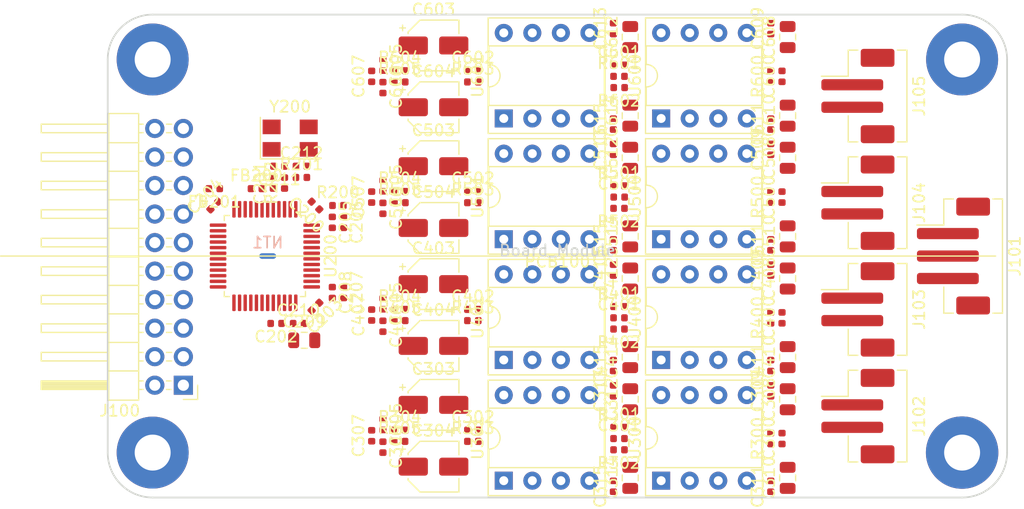
<source format=kicad_pcb>
(kicad_pcb (version 20171130) (host pcbnew "(5.1.5)-3")
  (layers (0 F.Cu signal) (31 B.Cu signal) (34 B.Paste user) (35 F.Paste user) (36 B.SilkS user) (37 F.SilkS user) (38 B.Mask user) (39 F.Mask user) (44 Edge.Cuts user))
  (net 0 "")
  (net 1 GNDA)
  (net 2 +15V)
  (net 3 "Net-(C200-Pad1)")
  (net 4 GND)
  (net 5 "Net-(C204-Pad1)")
  (net 6 "Net-(C205-Pad2)")
  (net 7 "Net-(C206-Pad1)")
  (net 8 "Net-(C207-Pad1)")
  (net 9 "Net-(C209-Pad1)")
  (net 10 "Net-(C211-Pad1)")
  (net 11 "Net-(C212-Pad1)")
  (net 12 "/Left Buffer 1/In")
  (net 13 "Net-(C301-Pad2)")
  (net 14 "Net-(C301-Pad1)")
  (net 15 "Net-(C302-Pad2)")
  (net 16 "Net-(C302-Pad1)")
  (net 17 "Net-(C303-Pad1)")
  (net 18 "Net-(C304-Pad1)")
  (net 19 /ADC/In_L0N)
  (net 20 /ADC/In_L0P)
  (net 21 -15V)
  (net 22 "/Right Buffer 1/In")
  (net 23 "Net-(C401-Pad2)")
  (net 24 "Net-(C401-Pad1)")
  (net 25 "Net-(C402-Pad2)")
  (net 26 "Net-(C402-Pad1)")
  (net 27 "Net-(C403-Pad1)")
  (net 28 "Net-(C404-Pad1)")
  (net 29 /ADC/In_R0N)
  (net 30 /ADC/In_R0P)
  (net 31 "/Left Buffer 2/In")
  (net 32 "Net-(C501-Pad2)")
  (net 33 "Net-(C501-Pad1)")
  (net 34 "Net-(C502-Pad2)")
  (net 35 "Net-(C502-Pad1)")
  (net 36 "Net-(C503-Pad1)")
  (net 37 "Net-(C504-Pad1)")
  (net 38 /ADC/In_L1N)
  (net 39 /ADC/In_L1P)
  (net 40 "/Right Buffer 2/In")
  (net 41 "Net-(C601-Pad2)")
  (net 42 "Net-(C601-Pad1)")
  (net 43 "Net-(C602-Pad2)")
  (net 44 "Net-(C602-Pad1)")
  (net 45 "Net-(C603-Pad1)")
  (net 46 "Net-(C604-Pad1)")
  (net 47 /ADC/In_R1N)
  (net 48 /ADC/In_R1P)
  (net 49 +5V)
  (net 50 +3V3)
  (net 51 /MUTE)
  (net 52 /SHDN)
  (net 53 /SPI_MOSI)
  (net 54 /SPI_SCK)
  (net 55 /SPI_CS)
  (net 56 /SPI_MISO)
  (net 57 "Net-(J100-Pad10)")
  (net 58 "Net-(J100-Pad9)")
  (net 59 /I2S_SDI)
  (net 60 /I2S_BCLK)
  (net 61 /I2S_LRCLK)
  (net 62 /I2S_MCLK)
  (net 63 "Net-(R202-Pad1)")
  (net 64 "Net-(U300-Pad8)")
  (net 65 "Net-(U300-Pad5)")
  (net 66 "Net-(U300-Pad1)")
  (net 67 "Net-(U301-Pad8)")
  (net 68 "Net-(U301-Pad5)")
  (net 69 "Net-(U301-Pad1)")
  (net 70 "Net-(U400-Pad8)")
  (net 71 "Net-(U400-Pad5)")
  (net 72 "Net-(U400-Pad1)")
  (net 73 "Net-(U401-Pad8)")
  (net 74 "Net-(U401-Pad5)")
  (net 75 "Net-(U401-Pad1)")
  (net 76 "Net-(U500-Pad8)")
  (net 77 "Net-(U500-Pad5)")
  (net 78 "Net-(U500-Pad1)")
  (net 79 "Net-(U501-Pad8)")
  (net 80 "Net-(U501-Pad5)")
  (net 81 "Net-(U501-Pad1)")
  (net 82 "Net-(U600-Pad8)")
  (net 83 "Net-(U600-Pad5)")
  (net 84 "Net-(U600-Pad1)")
  (net 85 "Net-(U601-Pad8)")
  (net 86 "Net-(U601-Pad5)")
  (net 87 "Net-(U601-Pad1)")
  (net 88 "Net-(U200-Pad31)")
  (net 89 "Net-(U200-Pad30)")
  (net 90 "Net-(U200-Pad29)")
  (net 91 "Net-(U200-Pad28)")
  (net 92 /ADC/I2S_SDIN2)
  (net 93 "Net-(U200-Pad18)")
  (net 94 "Net-(U200-Pad17)")
  (net 95 "Net-(U200-Pad16)")
  (net 96 "Net-(U200-Pad15)")
  (net 97 "Net-(U200-Pad14)")
  (net 98 "Net-(U200-Pad11)")
  (net 99 "Net-(U200-Pad9)")
  (net 100 "Net-(U200-Pad8)")
  (net 101 "Net-(U200-Pad7)")
  (net 102 "Net-(U200-Pad6)")
  (module Capacitor_SMD:CP_Elec_4x5.4 (layer F.Cu) (at 138.5 76.5)
    (fp_text reference C604 (at 0 -3.2) (layer F.SilkS))
    (fp_text value 10u)
    (pad 2 smd roundrect (at 1.8 0) (size 2.6 1.6) (layers F.Cu F.Paste F.Mask) (roundrect_rratio 0.15625) (net 44 "Net-(C602-Pad1)"))
    (pad 1 smd roundrect (at -1.8 0) (size 2.6 1.6) (layers F.Cu F.Paste F.Mask) (roundrect_rratio 0.15625) (net 46 "Net-(C604-Pad1)"))
  )
  (module Capacitor_SMD:CP_Elec_4x5.4 (layer F.Cu) (at 138.5 71)
    (fp_text reference C603 (at 0 -3.2) (layer F.SilkS))
    (fp_text value 10u)
    (pad 2 smd roundrect (at 1.8 0) (size 2.6 1.6) (layers F.Cu F.Paste F.Mask) (roundrect_rratio 0.15625) (net 42 "Net-(C601-Pad1)"))
    (pad 1 smd roundrect (at -1.8 0) (size 2.6 1.6) (layers F.Cu F.Paste F.Mask) (roundrect_rratio 0.15625) (net 45 "Net-(C603-Pad1)"))
  )
  (module Capacitor_SMD:CP_Elec_4x5.4 (layer F.Cu) (at 138.5 87.25)
    (fp_text reference C504 (at 0 -3.2) (layer F.SilkS))
    (fp_text value 10u)
    (pad 2 smd roundrect (at 1.8 0) (size 2.6 1.6) (layers F.Cu F.Paste F.Mask) (roundrect_rratio 0.15625) (net 35 "Net-(C502-Pad1)"))
    (pad 1 smd roundrect (at -1.8 0) (size 2.6 1.6) (layers F.Cu F.Paste F.Mask) (roundrect_rratio 0.15625) (net 37 "Net-(C504-Pad1)"))
  )
  (module Capacitor_SMD:CP_Elec_4x5.4 (layer F.Cu) (at 138.5 81.75)
    (fp_text reference C503 (at 0 -3.2) (layer F.SilkS))
    (fp_text value 10u)
    (pad 2 smd roundrect (at 1.8 0) (size 2.6 1.6) (layers F.Cu F.Paste F.Mask) (roundrect_rratio 0.15625) (net 33 "Net-(C501-Pad1)"))
    (pad 1 smd roundrect (at -1.8 0) (size 2.6 1.6) (layers F.Cu F.Paste F.Mask) (roundrect_rratio 0.15625) (net 36 "Net-(C503-Pad1)"))
  )
  (module Capacitor_SMD:CP_Elec_4x5.4 (layer F.Cu) (at 138.5 97.75)
    (fp_text reference C404 (at 0 -3.2) (layer F.SilkS))
    (fp_text value 10u)
    (pad 2 smd roundrect (at 1.8 0) (size 2.6 1.6) (layers F.Cu F.Paste F.Mask) (roundrect_rratio 0.15625) (net 26 "Net-(C402-Pad1)"))
    (pad 1 smd roundrect (at -1.8 0) (size 2.6 1.6) (layers F.Cu F.Paste F.Mask) (roundrect_rratio 0.15625) (net 28 "Net-(C404-Pad1)"))
  )
  (module Capacitor_SMD:CP_Elec_4x5.4 (layer F.Cu) (at 138.5 92.25)
    (fp_text reference C403 (at 0 -3.2) (layer F.SilkS))
    (fp_text value 10u)
    (pad 2 smd roundrect (at 1.8 0) (size 2.6 1.6) (layers F.Cu F.Paste F.Mask) (roundrect_rratio 0.15625) (net 24 "Net-(C401-Pad1)"))
    (pad 1 smd roundrect (at -1.8 0) (size 2.6 1.6) (layers F.Cu F.Paste F.Mask) (roundrect_rratio 0.15625) (net 27 "Net-(C403-Pad1)"))
  )
  (module Capacitor_SMD:CP_Elec_4x5.4 (layer F.Cu) (at 138.5 108.5)
    (fp_text reference C304 (at 0 -3.2) (layer F.SilkS))
    (fp_text value 10u)
    (pad 2 smd roundrect (at 1.8 0) (size 2.6 1.6) (layers F.Cu F.Paste F.Mask) (roundrect_rratio 0.15625) (net 16 "Net-(C302-Pad1)"))
    (pad 1 smd roundrect (at -1.8 0) (size 2.6 1.6) (layers F.Cu F.Paste F.Mask) (roundrect_rratio 0.15625) (net 18 "Net-(C304-Pad1)"))
  )
  (module Capacitor_SMD:CP_Elec_4x5.4 (layer F.Cu) (at 138.5 103)
    (fp_text reference C303 (at 0 -3.2) (layer F.SilkS))
    (fp_text value 10u)
    (pad 2 smd roundrect (at 1.8 0) (size 2.6 1.6) (layers F.Cu F.Paste F.Mask) (roundrect_rratio 0.15625) (net 14 "Net-(C301-Pad1)"))
    (pad 1 smd roundrect (at -1.8 0) (size 2.6 1.6) (layers F.Cu F.Paste F.Mask) (roundrect_rratio 0.15625) (net 17 "Net-(C303-Pad1)"))
  )
  (module NetTie:NetTie-2_SMD_Pad0.5mm (layer B.Cu) (at 123.75 89.75 180)
    (fp_text reference NT1 (at 0 1.2) (layer B.SilkS) (effects (justify mirror)))
    (fp_text value Net-Tie_2)
    (fp_poly (pts (xy -0.5 0.25) (xy 0.5 0.25) (xy 0.5 -0.25) (xy -0.5 -0.25)) (layer B.Cu) (width 0))
    (pad 2 smd circle (at 0.5 0 180) (size 0.5 0.5) (layers B.Cu) (net 4 GND))
    (pad 1 smd circle (at -0.5 0 180) (size 0.5 0.5) (layers B.Cu) (net 1 GNDA))
  )
  (module Connector_JST:JST_PH_B2B-PH-SM4-TB_1x02-1MP_P2.00mm_Vertical (layer F.Cu) (at 176.25 94.5 270)
    (fp_text reference J103 (at 0 -5.45 90) (layer F.SilkS))
    (fp_text value Conn_01x02_Male)
    (pad 1 smd roundrect (at -1 0.5 270) (size 1 5.5) (layers F.Cu F.Paste F.Mask) (net 22 "/Right Buffer 1/In"))
    (pad 2 smd roundrect (at 1 0.5 270) (size 1 5.5) (layers F.Cu F.Paste F.Mask) (net 1 GNDA))
    (pad MP smd roundrect (at -3.4 -1.75 270) (size 1.6 3) (layers F.Cu F.Paste F.Mask) (roundrect_rratio 0.15625))
    (pad MP smd roundrect (at 3.4 -1.75 270) (size 1.6 3) (layers F.Cu F.Paste F.Mask) (roundrect_rratio 0.15625))
  )
  (module Connector_JST:JST_PH_B2B-PH-SM4-TB_1x02-1MP_P2.00mm_Vertical (layer F.Cu) (at 176.25 104 270)
    (fp_text reference J102 (at 0 -5.45 90) (layer F.SilkS))
    (fp_text value Conn_01x02_Male)
    (pad MP smd roundrect (at 3.4 -1.75 270) (size 1.6 3) (layers F.Cu F.Paste F.Mask) (roundrect_rratio 0.15625))
    (pad MP smd roundrect (at -3.4 -1.75 270) (size 1.6 3) (layers F.Cu F.Paste F.Mask) (roundrect_rratio 0.15625))
    (pad 2 smd roundrect (at 1 0.5 270) (size 1 5.5) (layers F.Cu F.Paste F.Mask) (net 1 GNDA))
    (pad 1 smd roundrect (at -1 0.5 270) (size 1 5.5) (layers F.Cu F.Paste F.Mask) (net 12 "/Left Buffer 1/In"))
  )
  (module Connector_JST:JST_PH_B2B-PH-SM4-TB_1x02-1MP_P2.00mm_Vertical (layer F.Cu) (at 176.25 75.5 270)
    (fp_text reference J105 (at 0 -5.45 90) (layer F.SilkS))
    (fp_text value Conn_01x02_Male)
    (pad MP smd roundrect (at 3.4 -1.75 270) (size 1.6 3) (layers F.Cu F.Paste F.Mask) (roundrect_rratio 0.15625))
    (pad MP smd roundrect (at -3.4 -1.75 270) (size 1.6 3) (layers F.Cu F.Paste F.Mask) (roundrect_rratio 0.15625))
    (pad 2 smd roundrect (at 1 0.5 270) (size 1 5.5) (layers F.Cu F.Paste F.Mask) (net 1 GNDA))
    (pad 1 smd roundrect (at -1 0.5 270) (size 1 5.5) (layers F.Cu F.Paste F.Mask) (net 40 "/Right Buffer 2/In"))
  )
  (module Connector_JST:JST_PH_B2B-PH-SM4-TB_1x02-1MP_P2.00mm_Vertical (layer F.Cu) (at 176.25 85 270)
    (fp_text reference J104 (at 0 -5.45 90) (layer F.SilkS))
    (fp_text value Conn_01x02_Male)
    (pad MP smd roundrect (at 3.4 -1.75 270) (size 1.6 3) (layers F.Cu F.Paste F.Mask) (roundrect_rratio 0.15625))
    (pad MP smd roundrect (at -3.4 -1.75 270) (size 1.6 3) (layers F.Cu F.Paste F.Mask) (roundrect_rratio 0.15625))
    (pad 2 smd roundrect (at 1 0.5 270) (size 1 5.5) (layers F.Cu F.Paste F.Mask) (net 1 GNDA))
    (pad 1 smd roundrect (at -1 0.5 270) (size 1 5.5) (layers F.Cu F.Paste F.Mask) (net 31 "/Left Buffer 2/In"))
  )
  (module Package_QFP:LQFP-48_7x7mm_P0.5mm (layer F.Cu) (at 123.5 89.75 270)
    (fp_text reference U200 (at 0 -5.85 90) (layer F.SilkS))
    (fp_text value AD1974)
    (pad 48 smd roundrect (at -2.75 -4.1625 270) (size 0.3 1.475) (layers F.Cu F.Paste F.Mask) (net 3 "Net-(C200-Pad1)"))
    (pad 47 smd roundrect (at -2.25 -4.1625 270) (size 0.3 1.475) (layers F.Cu F.Paste F.Mask) (net 6 "Net-(C205-Pad2)"))
    (pad 46 smd roundrect (at -1.75 -4.1625 270) (size 0.3 1.475) (layers F.Cu F.Paste F.Mask) (net 47 /ADC/In_R1N))
    (pad 45 smd roundrect (at -1.25 -4.1625 270) (size 0.3 1.475) (layers F.Cu F.Paste F.Mask) (net 48 /ADC/In_R1P))
    (pad 44 smd roundrect (at -0.75 -4.1625 270) (size 0.3 1.475) (layers F.Cu F.Paste F.Mask) (net 38 /ADC/In_L1N))
    (pad 43 smd roundrect (at -0.25 -4.1625 270) (size 0.3 1.475) (layers F.Cu F.Paste F.Mask) (net 39 /ADC/In_L1P))
    (pad 42 smd roundrect (at 0.25 -4.1625 270) (size 0.3 1.475) (layers F.Cu F.Paste F.Mask) (net 29 /ADC/In_R0N))
    (pad 41 smd roundrect (at 0.75 -4.1625 270) (size 0.3 1.475) (layers F.Cu F.Paste F.Mask) (net 30 /ADC/In_R0P))
    (pad 40 smd roundrect (at 1.25 -4.1625 270) (size 0.3 1.475) (layers F.Cu F.Paste F.Mask) (net 19 /ADC/In_L0N))
    (pad 39 smd roundrect (at 1.75 -4.1625 270) (size 0.3 1.475) (layers F.Cu F.Paste F.Mask) (net 20 /ADC/In_L0P))
    (pad 38 smd roundrect (at 2.25 -4.1625 270) (size 0.3 1.475) (layers F.Cu F.Paste F.Mask) (net 8 "Net-(C207-Pad1)"))
    (pad 37 smd roundrect (at 2.75 -4.1625 270) (size 0.3 1.475) (layers F.Cu F.Paste F.Mask) (net 3 "Net-(C200-Pad1)"))
    (pad 36 smd roundrect (at 4.1625 -2.75 270) (size 1.475 0.3) (layers F.Cu F.Paste F.Mask) (net 1 GNDA))
    (pad 35 smd roundrect (at 4.1625 -2.25 270) (size 1.475 0.3) (layers F.Cu F.Paste F.Mask) (net 9 "Net-(C209-Pad1)"))
    (pad 34 smd roundrect (at 4.1625 -1.75 270) (size 1.475 0.3) (layers F.Cu F.Paste F.Mask) (net 1 GNDA))
    (pad 33 smd roundrect (at 4.1625 -1.25 270) (size 1.475 0.3) (layers F.Cu F.Paste F.Mask) (net 3 "Net-(C200-Pad1)"))
    (pad 32 smd roundrect (at 4.1625 -0.75 270) (size 1.475 0.3) (layers F.Cu F.Paste F.Mask) (net 1 GNDA))
    (pad 31 smd roundrect (at 4.1625 -0.25 270) (size 1.475 0.3) (layers F.Cu F.Paste F.Mask) (net 88 "Net-(U200-Pad31)"))
    (pad 30 smd roundrect (at 4.1625 0.25 270) (size 1.475 0.3) (layers F.Cu F.Paste F.Mask) (net 89 "Net-(U200-Pad30)"))
    (pad 29 smd roundrect (at 4.1625 0.75 270) (size 1.475 0.3) (layers F.Cu F.Paste F.Mask) (net 90 "Net-(U200-Pad29)"))
    (pad 28 smd roundrect (at 4.1625 1.25 270) (size 1.475 0.3) (layers F.Cu F.Paste F.Mask) (net 91 "Net-(U200-Pad28)"))
    (pad 27 smd roundrect (at 4.1625 1.75 270) (size 1.475 0.3) (layers F.Cu F.Paste F.Mask) (net 55 /SPI_CS))
    (pad 26 smd roundrect (at 4.1625 2.25 270) (size 1.475 0.3) (layers F.Cu F.Paste F.Mask) (net 54 /SPI_SCK))
    (pad 25 smd roundrect (at 4.1625 2.75 270) (size 1.475 0.3) (layers F.Cu F.Paste F.Mask) (net 4 GND))
    (pad 24 smd roundrect (at 2.75 4.1625 270) (size 0.3 1.475) (layers F.Cu F.Paste F.Mask) (net 56 /SPI_MISO))
    (pad 23 smd roundrect (at 2.25 4.1625 270) (size 0.3 1.475) (layers F.Cu F.Paste F.Mask) (net 53 /SPI_MOSI))
    (pad 22 smd roundrect (at 1.75 4.1625 270) (size 0.3 1.475) (layers F.Cu F.Paste F.Mask) (net 61 /I2S_LRCLK))
    (pad 21 smd roundrect (at 1.25 4.1625 270) (size 0.3 1.475) (layers F.Cu F.Paste F.Mask) (net 60 /I2S_BCLK))
    (pad 20 smd roundrect (at 0.75 4.1625 270) (size 0.3 1.475) (layers F.Cu F.Paste F.Mask) (net 59 /I2S_SDI))
    (pad 19 smd roundrect (at 0.25 4.1625 270) (size 0.3 1.475) (layers F.Cu F.Paste F.Mask) (net 92 /ADC/I2S_SDIN2))
    (pad 18 smd roundrect (at -0.25 4.1625 270) (size 0.3 1.475) (layers F.Cu F.Paste F.Mask) (net 93 "Net-(U200-Pad18)"))
    (pad 17 smd roundrect (at -0.75 4.1625 270) (size 0.3 1.475) (layers F.Cu F.Paste F.Mask) (net 94 "Net-(U200-Pad17)"))
    (pad 16 smd roundrect (at -1.25 4.1625 270) (size 0.3 1.475) (layers F.Cu F.Paste F.Mask) (net 95 "Net-(U200-Pad16)"))
    (pad 15 smd roundrect (at -1.75 4.1625 270) (size 0.3 1.475) (layers F.Cu F.Paste F.Mask) (net 96 "Net-(U200-Pad15)"))
    (pad 14 smd roundrect (at -2.25 4.1625 270) (size 0.3 1.475) (layers F.Cu F.Paste F.Mask) (net 97 "Net-(U200-Pad14)"))
    (pad 13 smd roundrect (at -2.75 4.1625 270) (size 0.3 1.475) (layers F.Cu F.Paste F.Mask) (net 5 "Net-(C204-Pad1)"))
    (pad 12 smd roundrect (at -4.1625 2.75 270) (size 1.475 0.3) (layers F.Cu F.Paste F.Mask) (net 4 GND))
    (pad 11 smd roundrect (at -4.1625 2.25 270) (size 1.475 0.3) (layers F.Cu F.Paste F.Mask) (net 98 "Net-(U200-Pad11)"))
    (pad 10 smd roundrect (at -4.1625 1.75 270) (size 1.475 0.3) (layers F.Cu F.Paste F.Mask) (net 52 /SHDN))
    (pad 9 smd roundrect (at -4.1625 1.25 270) (size 1.475 0.3) (layers F.Cu F.Paste F.Mask) (net 99 "Net-(U200-Pad9)"))
    (pad 8 smd roundrect (at -4.1625 0.75 270) (size 1.475 0.3) (layers F.Cu F.Paste F.Mask) (net 100 "Net-(U200-Pad8)"))
    (pad 7 smd roundrect (at -4.1625 0.25 270) (size 1.475 0.3) (layers F.Cu F.Paste F.Mask) (net 101 "Net-(U200-Pad7)"))
    (pad 6 smd roundrect (at -4.1625 -0.25 270) (size 1.475 0.3) (layers F.Cu F.Paste F.Mask) (net 102 "Net-(U200-Pad6)"))
    (pad 5 smd roundrect (at -4.1625 -0.75 270) (size 1.475 0.3) (layers F.Cu F.Paste F.Mask) (net 3 "Net-(C200-Pad1)"))
    (pad 4 smd roundrect (at -4.1625 -1.25 270) (size 1.475 0.3) (layers F.Cu F.Paste F.Mask) (net 1 GNDA))
    (pad 3 smd roundrect (at -4.1625 -1.75 270) (size 1.475 0.3) (layers F.Cu F.Paste F.Mask) (net 63 "Net-(R202-Pad1)"))
    (pad 2 smd roundrect (at -4.1625 -2.25 270) (size 1.475 0.3) (layers F.Cu F.Paste F.Mask) (net 11 "Net-(C212-Pad1)"))
    (pad 1 smd roundrect (at -4.1625 -2.75 270) (size 1.475 0.3) (layers F.Cu F.Paste F.Mask) (net 1 GNDA))
  )
  (module Crystal:Crystal_SMD_5032-4Pin_5.0x3.2mm (layer F.Cu) (at 125.75 79.25)
    (fp_text reference Y200 (at 0 -2.8) (layer F.SilkS))
    (fp_text value 12.288MHz)
    (pad 4 smd rect (at -1.65 -1) (size 1.6 1.3) (layers F.Cu F.Paste F.Mask) (net 4 GND))
    (pad 3 smd rect (at 1.65 -1) (size 1.6 1.3) (layers F.Cu F.Paste F.Mask) (net 11 "Net-(C212-Pad1)"))
    (pad 2 smd rect (at 1.65 1) (size 1.6 1.3) (layers F.Cu F.Paste F.Mask) (net 4 GND))
    (pad 1 smd rect (at -1.65 1) (size 1.6 1.3) (layers F.Cu F.Paste F.Mask) (net 10 "Net-(C211-Pad1)"))
  )
  (module Package_DIP:DIP-8_W7.62mm_Socket (layer F.Cu) (at 144.75 77.5 90)
    (fp_text reference U601 (at 3.81 -2.33 90) (layer F.SilkS))
    (fp_text value AD797)
    (pad 8 thru_hole oval (at 7.62 0 90) (size 1.6 1.6) (drill 0.8) (layers *.Cu *.Mask) (net 85 "Net-(U601-Pad8)"))
    (pad 4 thru_hole oval (at 0 7.62 90) (size 1.6 1.6) (drill 0.8) (layers *.Cu *.Mask) (net 21 -15V))
    (pad 7 thru_hole oval (at 7.62 2.54 90) (size 1.6 1.6) (drill 0.8) (layers *.Cu *.Mask) (net 2 +15V))
    (pad 3 thru_hole oval (at 0 5.08 90) (size 1.6 1.6) (drill 0.8) (layers *.Cu *.Mask) (net 1 GNDA))
    (pad 6 thru_hole oval (at 7.62 5.08 90) (size 1.6 1.6) (drill 0.8) (layers *.Cu *.Mask) (net 44 "Net-(C602-Pad1)"))
    (pad 2 thru_hole oval (at 0 2.54 90) (size 1.6 1.6) (drill 0.8) (layers *.Cu *.Mask) (net 43 "Net-(C602-Pad2)"))
    (pad 5 thru_hole oval (at 7.62 7.62 90) (size 1.6 1.6) (drill 0.8) (layers *.Cu *.Mask) (net 86 "Net-(U601-Pad5)"))
    (pad 1 thru_hole rect (at 0 0 90) (size 1.6 1.6) (drill 0.8) (layers *.Cu *.Mask) (net 87 "Net-(U601-Pad1)"))
  )
  (module Package_DIP:DIP-8_W7.62mm_Socket (layer F.Cu) (at 158.75 77.5 90)
    (fp_text reference U600 (at 3.81 -2.33 90) (layer F.SilkS))
    (fp_text value AD797)
    (pad 8 thru_hole oval (at 7.62 0 90) (size 1.6 1.6) (drill 0.8) (layers *.Cu *.Mask) (net 82 "Net-(U600-Pad8)"))
    (pad 4 thru_hole oval (at 0 7.62 90) (size 1.6 1.6) (drill 0.8) (layers *.Cu *.Mask) (net 21 -15V))
    (pad 7 thru_hole oval (at 7.62 2.54 90) (size 1.6 1.6) (drill 0.8) (layers *.Cu *.Mask) (net 2 +15V))
    (pad 3 thru_hole oval (at 0 5.08 90) (size 1.6 1.6) (drill 0.8) (layers *.Cu *.Mask) (net 1 GNDA))
    (pad 6 thru_hole oval (at 7.62 5.08 90) (size 1.6 1.6) (drill 0.8) (layers *.Cu *.Mask) (net 42 "Net-(C601-Pad1)"))
    (pad 2 thru_hole oval (at 0 2.54 90) (size 1.6 1.6) (drill 0.8) (layers *.Cu *.Mask) (net 41 "Net-(C601-Pad2)"))
    (pad 5 thru_hole oval (at 7.62 7.62 90) (size 1.6 1.6) (drill 0.8) (layers *.Cu *.Mask) (net 83 "Net-(U600-Pad5)"))
    (pad 1 thru_hole rect (at 0 0 90) (size 1.6 1.6) (drill 0.8) (layers *.Cu *.Mask) (net 84 "Net-(U600-Pad1)"))
  )
  (module Package_DIP:DIP-8_W7.62mm_Socket (layer F.Cu) (at 144.75 88.25 90)
    (fp_text reference U501 (at 3.81 -2.33 90) (layer F.SilkS))
    (fp_text value AD797)
    (pad 8 thru_hole oval (at 7.62 0 90) (size 1.6 1.6) (drill 0.8) (layers *.Cu *.Mask) (net 79 "Net-(U501-Pad8)"))
    (pad 4 thru_hole oval (at 0 7.62 90) (size 1.6 1.6) (drill 0.8) (layers *.Cu *.Mask) (net 21 -15V))
    (pad 7 thru_hole oval (at 7.62 2.54 90) (size 1.6 1.6) (drill 0.8) (layers *.Cu *.Mask) (net 2 +15V))
    (pad 3 thru_hole oval (at 0 5.08 90) (size 1.6 1.6) (drill 0.8) (layers *.Cu *.Mask) (net 1 GNDA))
    (pad 6 thru_hole oval (at 7.62 5.08 90) (size 1.6 1.6) (drill 0.8) (layers *.Cu *.Mask) (net 35 "Net-(C502-Pad1)"))
    (pad 2 thru_hole oval (at 0 2.54 90) (size 1.6 1.6) (drill 0.8) (layers *.Cu *.Mask) (net 34 "Net-(C502-Pad2)"))
    (pad 5 thru_hole oval (at 7.62 7.62 90) (size 1.6 1.6) (drill 0.8) (layers *.Cu *.Mask) (net 80 "Net-(U501-Pad5)"))
    (pad 1 thru_hole rect (at 0 0 90) (size 1.6 1.6) (drill 0.8) (layers *.Cu *.Mask) (net 81 "Net-(U501-Pad1)"))
  )
  (module Package_DIP:DIP-8_W7.62mm_Socket (layer F.Cu) (at 158.75 88.25 90)
    (fp_text reference U500 (at 3.81 -2.33 90) (layer F.SilkS))
    (fp_text value AD797)
    (pad 8 thru_hole oval (at 7.62 0 90) (size 1.6 1.6) (drill 0.8) (layers *.Cu *.Mask) (net 76 "Net-(U500-Pad8)"))
    (pad 4 thru_hole oval (at 0 7.62 90) (size 1.6 1.6) (drill 0.8) (layers *.Cu *.Mask) (net 21 -15V))
    (pad 7 thru_hole oval (at 7.62 2.54 90) (size 1.6 1.6) (drill 0.8) (layers *.Cu *.Mask) (net 2 +15V))
    (pad 3 thru_hole oval (at 0 5.08 90) (size 1.6 1.6) (drill 0.8) (layers *.Cu *.Mask) (net 1 GNDA))
    (pad 6 thru_hole oval (at 7.62 5.08 90) (size 1.6 1.6) (drill 0.8) (layers *.Cu *.Mask) (net 33 "Net-(C501-Pad1)"))
    (pad 2 thru_hole oval (at 0 2.54 90) (size 1.6 1.6) (drill 0.8) (layers *.Cu *.Mask) (net 32 "Net-(C501-Pad2)"))
    (pad 5 thru_hole oval (at 7.62 7.62 90) (size 1.6 1.6) (drill 0.8) (layers *.Cu *.Mask) (net 77 "Net-(U500-Pad5)"))
    (pad 1 thru_hole rect (at 0 0 90) (size 1.6 1.6) (drill 0.8) (layers *.Cu *.Mask) (net 78 "Net-(U500-Pad1)"))
  )
  (module Package_DIP:DIP-8_W7.62mm_Socket (layer F.Cu) (at 144.75 99 90)
    (fp_text reference U401 (at 3.81 -2.33 90) (layer F.SilkS))
    (fp_text value AD797)
    (pad 8 thru_hole oval (at 7.62 0 90) (size 1.6 1.6) (drill 0.8) (layers *.Cu *.Mask) (net 73 "Net-(U401-Pad8)"))
    (pad 4 thru_hole oval (at 0 7.62 90) (size 1.6 1.6) (drill 0.8) (layers *.Cu *.Mask) (net 21 -15V))
    (pad 7 thru_hole oval (at 7.62 2.54 90) (size 1.6 1.6) (drill 0.8) (layers *.Cu *.Mask) (net 2 +15V))
    (pad 3 thru_hole oval (at 0 5.08 90) (size 1.6 1.6) (drill 0.8) (layers *.Cu *.Mask) (net 1 GNDA))
    (pad 6 thru_hole oval (at 7.62 5.08 90) (size 1.6 1.6) (drill 0.8) (layers *.Cu *.Mask) (net 26 "Net-(C402-Pad1)"))
    (pad 2 thru_hole oval (at 0 2.54 90) (size 1.6 1.6) (drill 0.8) (layers *.Cu *.Mask) (net 25 "Net-(C402-Pad2)"))
    (pad 5 thru_hole oval (at 7.62 7.62 90) (size 1.6 1.6) (drill 0.8) (layers *.Cu *.Mask) (net 74 "Net-(U401-Pad5)"))
    (pad 1 thru_hole rect (at 0 0 90) (size 1.6 1.6) (drill 0.8) (layers *.Cu *.Mask) (net 75 "Net-(U401-Pad1)"))
  )
  (module Package_DIP:DIP-8_W7.62mm_Socket (layer F.Cu) (at 158.75 99 90)
    (fp_text reference U400 (at 3.81 -2.33 90) (layer F.SilkS))
    (fp_text value AD797)
    (pad 8 thru_hole oval (at 7.62 0 90) (size 1.6 1.6) (drill 0.8) (layers *.Cu *.Mask) (net 70 "Net-(U400-Pad8)"))
    (pad 4 thru_hole oval (at 0 7.62 90) (size 1.6 1.6) (drill 0.8) (layers *.Cu *.Mask) (net 21 -15V))
    (pad 7 thru_hole oval (at 7.62 2.54 90) (size 1.6 1.6) (drill 0.8) (layers *.Cu *.Mask) (net 2 +15V))
    (pad 3 thru_hole oval (at 0 5.08 90) (size 1.6 1.6) (drill 0.8) (layers *.Cu *.Mask) (net 1 GNDA))
    (pad 6 thru_hole oval (at 7.62 5.08 90) (size 1.6 1.6) (drill 0.8) (layers *.Cu *.Mask) (net 24 "Net-(C401-Pad1)"))
    (pad 2 thru_hole oval (at 0 2.54 90) (size 1.6 1.6) (drill 0.8) (layers *.Cu *.Mask) (net 23 "Net-(C401-Pad2)"))
    (pad 5 thru_hole oval (at 7.62 7.62 90) (size 1.6 1.6) (drill 0.8) (layers *.Cu *.Mask) (net 71 "Net-(U400-Pad5)"))
    (pad 1 thru_hole rect (at 0 0 90) (size 1.6 1.6) (drill 0.8) (layers *.Cu *.Mask) (net 72 "Net-(U400-Pad1)"))
  )
  (module Package_DIP:DIP-8_W7.62mm_Socket (layer F.Cu) (at 144.75 109.75 90)
    (fp_text reference U301 (at 3.81 -2.33 90) (layer F.SilkS))
    (fp_text value AD797)
    (pad 8 thru_hole oval (at 7.62 0 90) (size 1.6 1.6) (drill 0.8) (layers *.Cu *.Mask) (net 67 "Net-(U301-Pad8)"))
    (pad 4 thru_hole oval (at 0 7.62 90) (size 1.6 1.6) (drill 0.8) (layers *.Cu *.Mask) (net 21 -15V))
    (pad 7 thru_hole oval (at 7.62 2.54 90) (size 1.6 1.6) (drill 0.8) (layers *.Cu *.Mask) (net 2 +15V))
    (pad 3 thru_hole oval (at 0 5.08 90) (size 1.6 1.6) (drill 0.8) (layers *.Cu *.Mask) (net 1 GNDA))
    (pad 6 thru_hole oval (at 7.62 5.08 90) (size 1.6 1.6) (drill 0.8) (layers *.Cu *.Mask) (net 16 "Net-(C302-Pad1)"))
    (pad 2 thru_hole oval (at 0 2.54 90) (size 1.6 1.6) (drill 0.8) (layers *.Cu *.Mask) (net 15 "Net-(C302-Pad2)"))
    (pad 5 thru_hole oval (at 7.62 7.62 90) (size 1.6 1.6) (drill 0.8) (layers *.Cu *.Mask) (net 68 "Net-(U301-Pad5)"))
    (pad 1 thru_hole rect (at 0 0 90) (size 1.6 1.6) (drill 0.8) (layers *.Cu *.Mask) (net 69 "Net-(U301-Pad1)"))
  )
  (module Package_DIP:DIP-8_W7.62mm_Socket (layer F.Cu) (at 158.75 109.75 90)
    (fp_text reference U300 (at 3.81 -2.33 90) (layer F.SilkS))
    (fp_text value AD797)
    (pad 8 thru_hole oval (at 7.62 0 90) (size 1.6 1.6) (drill 0.8) (layers *.Cu *.Mask) (net 64 "Net-(U300-Pad8)"))
    (pad 4 thru_hole oval (at 0 7.62 90) (size 1.6 1.6) (drill 0.8) (layers *.Cu *.Mask) (net 21 -15V))
    (pad 7 thru_hole oval (at 7.62 2.54 90) (size 1.6 1.6) (drill 0.8) (layers *.Cu *.Mask) (net 2 +15V))
    (pad 3 thru_hole oval (at 0 5.08 90) (size 1.6 1.6) (drill 0.8) (layers *.Cu *.Mask) (net 1 GNDA))
    (pad 6 thru_hole oval (at 7.62 5.08 90) (size 1.6 1.6) (drill 0.8) (layers *.Cu *.Mask) (net 14 "Net-(C301-Pad1)"))
    (pad 2 thru_hole oval (at 0 2.54 90) (size 1.6 1.6) (drill 0.8) (layers *.Cu *.Mask) (net 13 "Net-(C301-Pad2)"))
    (pad 5 thru_hole oval (at 7.62 7.62 90) (size 1.6 1.6) (drill 0.8) (layers *.Cu *.Mask) (net 65 "Net-(U300-Pad5)"))
    (pad 1 thru_hole rect (at 0 0 90) (size 1.6 1.6) (drill 0.8) (layers *.Cu *.Mask) (net 66 "Net-(U300-Pad1)"))
  )
  (module Resistor_SMD:R_0402_1005Metric (layer F.Cu) (at 135.5 74.25)
    (fp_text reference R605 (at 0 -1.17) (layer F.SilkS))
    (fp_text value 237R)
    (pad 2 smd roundrect (at 0.485 0) (size 0.59 0.64) (layers F.Cu F.Paste F.Mask) (net 46 "Net-(C604-Pad1)"))
    (pad 1 smd roundrect (at -0.485 0) (size 0.59 0.64) (layers F.Cu F.Paste F.Mask) (net 48 /ADC/In_R1P))
  )
  (module Resistor_SMD:R_0402_1005Metric (layer F.Cu) (at 135.5 73.25)
    (fp_text reference R604 (at 0 -1.17) (layer F.SilkS))
    (fp_text value 237R)
    (pad 2 smd roundrect (at 0.485 0) (size 0.59 0.64) (layers F.Cu F.Paste F.Mask) (net 45 "Net-(C603-Pad1)"))
    (pad 1 smd roundrect (at -0.485 0) (size 0.59 0.64) (layers F.Cu F.Paste F.Mask) (net 47 /ADC/In_R1N))
  )
  (module Resistor_SMD:R_0402_1005Metric (layer F.Cu) (at 142 74.25)
    (fp_text reference R603 (at 0 -1.17) (layer F.SilkS))
    (fp_text value 5.76k)
    (pad 2 smd roundrect (at 0.485 0) (size 0.59 0.64) (layers F.Cu F.Paste F.Mask) (net 43 "Net-(C602-Pad2)"))
    (pad 1 smd roundrect (at -0.485 0) (size 0.59 0.64) (layers F.Cu F.Paste F.Mask) (net 44 "Net-(C602-Pad1)"))
  )
  (module Resistor_SMD:R_0402_1005Metric (layer F.Cu) (at 155.015 74.75 180)
    (fp_text reference R602 (at 0 -1.17) (layer F.SilkS))
    (fp_text value 5.76k)
    (pad 2 smd roundrect (at 0.485 0 180) (size 0.59 0.64) (layers F.Cu F.Paste F.Mask) (net 43 "Net-(C602-Pad2)"))
    (pad 1 smd roundrect (at -0.485 0 180) (size 0.59 0.64) (layers F.Cu F.Paste F.Mask) (net 42 "Net-(C601-Pad1)"))
  )
  (module Resistor_SMD:R_0402_1005Metric (layer F.Cu) (at 155 73.75)
    (fp_text reference R601 (at 0 -1.17) (layer F.SilkS))
    (fp_text value 5.76k)
    (pad 2 smd roundrect (at 0.485 0) (size 0.59 0.64) (layers F.Cu F.Paste F.Mask) (net 41 "Net-(C601-Pad2)"))
    (pad 1 smd roundrect (at -0.485 0) (size 0.59 0.64) (layers F.Cu F.Paste F.Mask) (net 42 "Net-(C601-Pad1)"))
  )
  (module Resistor_SMD:R_0402_1005Metric (layer F.Cu) (at 168.5 73.75 90)
    (fp_text reference R600 (at 0 -1.17 90) (layer F.SilkS))
    (fp_text value 5.76k)
    (pad 2 smd roundrect (at 0.485 0 90) (size 0.59 0.64) (layers F.Cu F.Paste F.Mask) (net 40 "/Right Buffer 2/In"))
    (pad 1 smd roundrect (at -0.485 0 90) (size 0.59 0.64) (layers F.Cu F.Paste F.Mask) (net 41 "Net-(C601-Pad2)"))
  )
  (module Resistor_SMD:R_0402_1005Metric (layer F.Cu) (at 135.515 85)
    (fp_text reference R505 (at 0 -1.17) (layer F.SilkS))
    (fp_text value 237R)
    (pad 2 smd roundrect (at 0.485 0) (size 0.59 0.64) (layers F.Cu F.Paste F.Mask) (net 37 "Net-(C504-Pad1)"))
    (pad 1 smd roundrect (at -0.485 0) (size 0.59 0.64) (layers F.Cu F.Paste F.Mask) (net 39 /ADC/In_L1P))
  )
  (module Resistor_SMD:R_0402_1005Metric (layer F.Cu) (at 135.5 84)
    (fp_text reference R504 (at 0 -1.17 180) (layer F.SilkS))
    (fp_text value 237R)
    (pad 2 smd roundrect (at 0.485 0) (size 0.59 0.64) (layers F.Cu F.Paste F.Mask) (net 36 "Net-(C503-Pad1)"))
    (pad 1 smd roundrect (at -0.485 0) (size 0.59 0.64) (layers F.Cu F.Paste F.Mask) (net 38 /ADC/In_L1N))
  )
  (module Resistor_SMD:R_0402_1005Metric (layer F.Cu) (at 142 85)
    (fp_text reference R503 (at 0 -1.17) (layer F.SilkS))
    (fp_text value 5.76k)
    (pad 2 smd roundrect (at 0.485 0) (size 0.59 0.64) (layers F.Cu F.Paste F.Mask) (net 34 "Net-(C502-Pad2)"))
    (pad 1 smd roundrect (at -0.485 0) (size 0.59 0.64) (layers F.Cu F.Paste F.Mask) (net 35 "Net-(C502-Pad1)"))
  )
  (module Resistor_SMD:R_0402_1005Metric (layer F.Cu) (at 155 85.5 180)
    (fp_text reference R502 (at 0 -1.17) (layer F.SilkS))
    (fp_text value 5.76k)
    (pad 2 smd roundrect (at 0.485 0 180) (size 0.59 0.64) (layers F.Cu F.Paste F.Mask) (net 34 "Net-(C502-Pad2)"))
    (pad 1 smd roundrect (at -0.485 0 180) (size 0.59 0.64) (layers F.Cu F.Paste F.Mask) (net 33 "Net-(C501-Pad1)"))
  )
  (module Resistor_SMD:R_0402_1005Metric (layer F.Cu) (at 155 83.5)
    (fp_text reference R501 (at 0 -1.17) (layer F.SilkS))
    (fp_text value 5.76k)
    (pad 2 smd roundrect (at 0.485 0) (size 0.59 0.64) (layers F.Cu F.Paste F.Mask) (net 32 "Net-(C501-Pad2)"))
    (pad 1 smd roundrect (at -0.485 0) (size 0.59 0.64) (layers F.Cu F.Paste F.Mask) (net 33 "Net-(C501-Pad1)"))
  )
  (module Resistor_SMD:R_0402_1005Metric (layer F.Cu) (at 168.5 84.5 90)
    (fp_text reference R500 (at 0 -1.17 90) (layer F.SilkS))
    (fp_text value 5.76k)
    (pad 2 smd roundrect (at 0.485 0 90) (size 0.59 0.64) (layers F.Cu F.Paste F.Mask) (net 31 "/Left Buffer 2/In"))
    (pad 1 smd roundrect (at -0.485 0 90) (size 0.59 0.64) (layers F.Cu F.Paste F.Mask) (net 32 "Net-(C501-Pad2)"))
  )
  (module Resistor_SMD:R_0402_1005Metric (layer F.Cu) (at 135.5 95.5)
    (fp_text reference R405 (at 0 -1.17) (layer F.SilkS))
    (fp_text value 237R)
    (pad 1 smd roundrect (at -0.485 0) (size 0.59 0.64) (layers F.Cu F.Paste F.Mask) (net 30 /ADC/In_R0P))
    (pad 2 smd roundrect (at 0.485 0) (size 0.59 0.64) (layers F.Cu F.Paste F.Mask) (net 28 "Net-(C404-Pad1)"))
  )
  (module Resistor_SMD:R_0402_1005Metric (layer F.Cu) (at 135.5 94.5)
    (fp_text reference R404 (at 0 -1.17) (layer F.SilkS))
    (fp_text value 237R)
    (pad 1 smd roundrect (at -0.485 0) (size 0.59 0.64) (layers F.Cu F.Paste F.Mask) (net 29 /ADC/In_R0N))
    (pad 2 smd roundrect (at 0.485 0) (size 0.59 0.64) (layers F.Cu F.Paste F.Mask) (net 27 "Net-(C403-Pad1)"))
  )
  (module Resistor_SMD:R_0402_1005Metric (layer F.Cu) (at 142 95.5)
    (fp_text reference R403 (at 0 -1.17) (layer F.SilkS))
    (fp_text value 5.76k)
    (pad 2 smd roundrect (at 0.485 0) (size 0.59 0.64) (layers F.Cu F.Paste F.Mask) (net 25 "Net-(C402-Pad2)"))
    (pad 1 smd roundrect (at -0.485 0) (size 0.59 0.64) (layers F.Cu F.Paste F.Mask) (net 26 "Net-(C402-Pad1)"))
  )
  (module Resistor_SMD:R_0402_1005Metric (layer F.Cu) (at 155 96.25 180)
    (fp_text reference R402 (at 0 -1.17) (layer F.SilkS))
    (fp_text value 5.76k)
    (pad 2 smd roundrect (at 0.485 0 180) (size 0.59 0.64) (layers F.Cu F.Paste F.Mask) (net 25 "Net-(C402-Pad2)"))
    (pad 1 smd roundrect (at -0.485 0 180) (size 0.59 0.64) (layers F.Cu F.Paste F.Mask) (net 24 "Net-(C401-Pad1)"))
  )
  (module Resistor_SMD:R_0402_1005Metric (layer F.Cu) (at 155 94.25)
    (fp_text reference R401 (at 0 -1.17) (layer F.SilkS))
    (fp_text value 5.76k)
    (pad 2 smd roundrect (at 0.485 0) (size 0.59 0.64) (layers F.Cu F.Paste F.Mask) (net 23 "Net-(C401-Pad2)"))
    (pad 1 smd roundrect (at -0.485 0) (size 0.59 0.64) (layers F.Cu F.Paste F.Mask) (net 24 "Net-(C401-Pad1)"))
  )
  (module Resistor_SMD:R_0402_1005Metric (layer F.Cu) (at 168.5 95.25 90)
    (fp_text reference R400 (at 0 -1.17 90) (layer F.SilkS))
    (fp_text value 5.76k)
    (pad 2 smd roundrect (at 0.485 0 90) (size 0.59 0.64) (layers F.Cu F.Paste F.Mask) (net 22 "/Right Buffer 1/In"))
    (pad 1 smd roundrect (at -0.485 0 90) (size 0.59 0.64) (layers F.Cu F.Paste F.Mask) (net 23 "Net-(C401-Pad2)"))
  )
  (module Resistor_SMD:R_0402_1005Metric (layer F.Cu) (at 135.485 106.25)
    (fp_text reference R305 (at 0 -1.17) (layer F.SilkS))
    (fp_text value 237R)
    (pad 2 smd roundrect (at 0.485 0) (size 0.59 0.64) (layers F.Cu F.Paste F.Mask) (net 18 "Net-(C304-Pad1)"))
    (pad 1 smd roundrect (at -0.485 0) (size 0.59 0.64) (layers F.Cu F.Paste F.Mask) (net 20 /ADC/In_L0P))
  )
  (module Resistor_SMD:R_0402_1005Metric (layer F.Cu) (at 135.5 105.25)
    (fp_text reference R304 (at 0 -1.17) (layer F.SilkS))
    (fp_text value 237R)
    (pad 2 smd roundrect (at 0.485 0) (size 0.59 0.64) (layers F.Cu F.Paste F.Mask) (net 17 "Net-(C303-Pad1)"))
    (pad 1 smd roundrect (at -0.485 0) (size 0.59 0.64) (layers F.Cu F.Paste F.Mask) (net 19 /ADC/In_L0N))
  )
  (module Resistor_SMD:R_0402_1005Metric (layer F.Cu) (at 142 106.25)
    (fp_text reference R303 (at 0 -1.17) (layer F.SilkS))
    (fp_text value 5.76k)
    (pad 2 smd roundrect (at 0.485 0) (size 0.59 0.64) (layers F.Cu F.Paste F.Mask) (net 15 "Net-(C302-Pad2)"))
    (pad 1 smd roundrect (at -0.485 0) (size 0.59 0.64) (layers F.Cu F.Paste F.Mask) (net 16 "Net-(C302-Pad1)"))
  )
  (module Resistor_SMD:R_0402_1005Metric (layer F.Cu) (at 155 107 180)
    (fp_text reference R302 (at 0 -1.17) (layer F.SilkS))
    (fp_text value 5.76k)
    (pad 2 smd roundrect (at 0.485 0 180) (size 0.59 0.64) (layers F.Cu F.Paste F.Mask) (net 15 "Net-(C302-Pad2)"))
    (pad 1 smd roundrect (at -0.485 0 180) (size 0.59 0.64) (layers F.Cu F.Paste F.Mask) (net 14 "Net-(C301-Pad1)"))
  )
  (module Resistor_SMD:R_0402_1005Metric (layer F.Cu) (at 155 105)
    (fp_text reference R301 (at 0 -1.17) (layer F.SilkS))
    (fp_text value 5.76k)
    (pad 2 smd roundrect (at 0.485 0) (size 0.59 0.64) (layers F.Cu F.Paste F.Mask) (net 13 "Net-(C301-Pad2)"))
    (pad 1 smd roundrect (at -0.485 0) (size 0.59 0.64) (layers F.Cu F.Paste F.Mask) (net 14 "Net-(C301-Pad1)"))
  )
  (module Resistor_SMD:R_0402_1005Metric (layer F.Cu) (at 168.5 106 90)
    (fp_text reference R300 (at 0 -1.17 90) (layer F.SilkS))
    (fp_text value 5.76k)
    (pad 2 smd roundrect (at 0.485 0 90) (size 0.59 0.64) (layers F.Cu F.Paste F.Mask) (net 12 "/Left Buffer 1/In"))
    (pad 1 smd roundrect (at -0.485 0 90) (size 0.59 0.64) (layers F.Cu F.Paste F.Mask) (net 13 "Net-(C301-Pad2)"))
  )
  (module Resistor_SMD:R_0402_1005Metric (layer F.Cu) (at 125.25 83.25 90)
    (fp_text reference R202 (at 0 -1.17 90) (layer F.SilkS))
    (fp_text value 49.9R)
    (pad 2 smd roundrect (at 0.485 0 90) (size 0.59 0.64) (layers F.Cu F.Paste F.Mask) (net 10 "Net-(C211-Pad1)"))
    (pad 1 smd roundrect (at -0.485 0 90) (size 0.59 0.64) (layers F.Cu F.Paste F.Mask) (net 63 "Net-(R202-Pad1)"))
  )
  (module Resistor_SMD:R_0402_1005Metric (layer F.Cu) (at 126.75 82.75)
    (fp_text reference R201 (at 0 -1.17) (layer F.SilkS))
    (fp_text value 0R)
    (pad 2 smd roundrect (at 0.485 0) (size 0.59 0.64) (layers F.Cu F.Paste F.Mask) (net 62 /I2S_MCLK))
    (pad 1 smd roundrect (at -0.485 0) (size 0.59 0.64) (layers F.Cu F.Paste F.Mask) (net 11 "Net-(C212-Pad1)"))
  )
  (module Resistor_SMD:R_0402_1005Metric (layer F.Cu) (at 130 85.25)
    (fp_text reference R200 (at 0 -1.17) (layer F.SilkS))
    (fp_text value 3.32k)
    (pad 2 smd roundrect (at 0.485 0) (size 0.59 0.64) (layers F.Cu F.Paste F.Mask) (net 7 "Net-(C206-Pad1)"))
    (pad 1 smd roundrect (at -0.485 0) (size 0.59 0.64) (layers F.Cu F.Paste F.Mask) (net 3 "Net-(C200-Pad1)"))
  )
  (module Library:PCB_Board_70x43 (layer F.Cu) (at 149.52 89.75)
    (fp_text reference PCB100 (at 0 0.5) (layer F.SilkS))
    (fp_text value Board_Module (at 0 -0.5) (layer Edge.Cuts))
    (fp_arc (start 36 17.5) (end 36 21.5) (angle -90) (layer Edge.Cuts) (width 0.15))
    (fp_arc (start -36 17.5) (end -40 17.5) (angle -90) (layer Edge.Cuts) (width 0.15))
    (fp_arc (start -36 -17.5) (end -36 -21.5) (angle -90) (layer Edge.Cuts) (width 0.15))
    (fp_arc (start 36 -17.5) (end 40 -17.5) (angle -90) (layer Edge.Cuts) (width 0.15))
    (fp_line (start -40 17.5) (end -40 -17.5) (layer Edge.Cuts) (width 0.15))
    (fp_line (start 36 21.5) (end -36 21.5) (layer Edge.Cuts) (width 0.15))
    (fp_line (start 40 -17.5) (end 40 17.5) (layer Edge.Cuts) (width 0.15))
    (fp_line (start -36 -21.5) (end 36 -21.5) (layer Edge.Cuts) (width 0.15))
    (pad 4 thru_hole circle (at 36 -17.5) (size 6.4 6.4) (drill 3.2) (layers *.Cu *.Mask) (net 1 GNDA))
    (pad 3 thru_hole circle (at 36 17.5) (size 6.44 6.44) (drill 3.2) (layers *.Cu *.Mask) (net 1 GNDA))
    (pad 2 thru_hole circle (at -36 17.5) (size 6.4 6.4) (drill 3.2) (layers *.Cu *.Mask) (net 4 GND))
    (pad 1 thru_hole circle (at -36 -17.5) (size 6.4 6.4) (drill 3.2) (layers *.Cu *.Mask) (net 4 GND))
  )
  (module Connector_JST:JST_PH_B3B-PH-SM4-TB_1x03-1MP_P2.00mm_Vertical (layer F.Cu) (at 184.75 89.75 270)
    (fp_text reference J101 (at 0 -5.45 90) (layer F.SilkS))
    (fp_text value Conn_01x03_Male)
    (pad MP smd roundrect (at 4.4 -1.75 270) (size 1.6 3) (layers F.Cu F.Paste F.Mask) (roundrect_rratio 0.15625))
    (pad MP smd roundrect (at -4.4 -1.75 270) (size 1.6 3) (layers F.Cu F.Paste F.Mask) (roundrect_rratio 0.15625))
    (pad 3 smd roundrect (at 2 0.5 270) (size 1 5.5) (layers F.Cu F.Paste F.Mask) (net 21 -15V))
    (pad 2 smd roundrect (at 0 0.5 270) (size 1 5.5) (layers F.Cu F.Paste F.Mask) (net 1 GNDA))
    (pad 1 smd roundrect (at -2 0.5 270) (size 1 5.5) (layers F.Cu F.Paste F.Mask) (net 2 +15V))
  )
  (module Connector_PinHeader_2.54mm:PinHeader_2x10_P2.54mm_Horizontal (layer F.Cu) (at 116.25 101.25 180)
    (fp_text reference J100 (at 5.655 -2.27) (layer F.SilkS))
    (fp_text value Conn_02x10_Odd_Even)
    (pad 20 thru_hole oval (at 2.54 22.86 180) (size 1.7 1.7) (drill 1) (layers *.Cu *.Mask) (net 49 +5V))
    (pad 19 thru_hole oval (at 0 22.86 180) (size 1.7 1.7) (drill 1) (layers *.Cu *.Mask) (net 50 +3V3))
    (pad 18 thru_hole oval (at 2.54 20.32 180) (size 1.7 1.7) (drill 1) (layers *.Cu *.Mask) (net 4 GND))
    (pad 17 thru_hole oval (at 0 20.32 180) (size 1.7 1.7) (drill 1) (layers *.Cu *.Mask) (net 4 GND))
    (pad 16 thru_hole oval (at 2.54 17.78 180) (size 1.7 1.7) (drill 1) (layers *.Cu *.Mask) (net 51 /MUTE))
    (pad 15 thru_hole oval (at 0 17.78 180) (size 1.7 1.7) (drill 1) (layers *.Cu *.Mask) (net 52 /SHDN))
    (pad 14 thru_hole oval (at 2.54 15.24 180) (size 1.7 1.7) (drill 1) (layers *.Cu *.Mask) (net 53 /SPI_MOSI))
    (pad 13 thru_hole oval (at 0 15.24 180) (size 1.7 1.7) (drill 1) (layers *.Cu *.Mask) (net 54 /SPI_SCK))
    (pad 12 thru_hole oval (at 2.54 12.7 180) (size 1.7 1.7) (drill 1) (layers *.Cu *.Mask) (net 55 /SPI_CS))
    (pad 11 thru_hole oval (at 0 12.7 180) (size 1.7 1.7) (drill 1) (layers *.Cu *.Mask) (net 56 /SPI_MISO))
    (pad 10 thru_hole oval (at 2.54 10.16 180) (size 1.7 1.7) (drill 1) (layers *.Cu *.Mask) (net 57 "Net-(J100-Pad10)"))
    (pad 9 thru_hole oval (at 0 10.16 180) (size 1.7 1.7) (drill 1) (layers *.Cu *.Mask) (net 58 "Net-(J100-Pad9)"))
    (pad 8 thru_hole oval (at 2.54 7.62 180) (size 1.7 1.7) (drill 1) (layers *.Cu *.Mask) (net 4 GND))
    (pad 7 thru_hole oval (at 0 7.62 180) (size 1.7 1.7) (drill 1) (layers *.Cu *.Mask) (net 59 /I2S_SDI))
    (pad 6 thru_hole oval (at 2.54 5.08 180) (size 1.7 1.7) (drill 1) (layers *.Cu *.Mask) (net 4 GND))
    (pad 5 thru_hole oval (at 0 5.08 180) (size 1.7 1.7) (drill 1) (layers *.Cu *.Mask) (net 60 /I2S_BCLK))
    (pad 4 thru_hole oval (at 2.54 2.54 180) (size 1.7 1.7) (drill 1) (layers *.Cu *.Mask) (net 4 GND))
    (pad 3 thru_hole oval (at 0 2.54 180) (size 1.7 1.7) (drill 1) (layers *.Cu *.Mask) (net 61 /I2S_LRCLK))
    (pad 2 thru_hole oval (at 2.54 0 180) (size 1.7 1.7) (drill 1) (layers *.Cu *.Mask) (net 4 GND))
    (pad 1 thru_hole rect (at 0 0 180) (size 1.7 1.7) (drill 1) (layers *.Cu *.Mask) (net 62 /I2S_MCLK))
  )
  (module Inductor_SMD:L_0402_1005Metric (layer F.Cu) (at 119 83.75 180)
    (fp_text reference FB201 (at 0 -1.17) (layer F.SilkS))
    (fp_text value 600Z)
    (pad 2 smd roundrect (at 0.485 0 180) (size 0.59 0.64) (layers F.Cu F.Paste F.Mask) (net 5 "Net-(C204-Pad1)"))
    (pad 1 smd roundrect (at -0.485 0 180) (size 0.59 0.64) (layers F.Cu F.Paste F.Mask) (net 50 +3V3))
  )
  (module Inductor_SMD:L_0402_1005Metric (layer F.Cu) (at 122.75 83.75)
    (fp_text reference FB200 (at 0 -1.17) (layer F.SilkS))
    (fp_text value 600Z)
    (pad 2 smd roundrect (at 0.485 0) (size 0.59 0.64) (layers F.Cu F.Paste F.Mask) (net 3 "Net-(C200-Pad1)"))
    (pad 1 smd roundrect (at -0.485 0) (size 0.59 0.64) (layers F.Cu F.Paste F.Mask) (net 50 +3V3))
  )
  (module Capacitor_SMD:C_0402_1005Metric (layer F.Cu) (at 154.5 78 90)
    (fp_text reference C615 (at 0 -1.17 90) (layer F.SilkS))
    (fp_text value 100n)
    (pad 2 smd roundrect (at 0.485 0 90) (size 0.59 0.64) (layers F.Cu F.Paste F.Mask) (net 1 GNDA))
    (pad 1 smd roundrect (at -0.485 0 90) (size 0.59 0.64) (layers F.Cu F.Paste F.Mask) (net 21 -15V))
  )
  (module Capacitor_SMD:C_0805_2012Metric (layer F.Cu) (at 156 77.25 90)
    (fp_text reference C614 (at 0 -1.65 90) (layer F.SilkS))
    (fp_text value 10u)
    (pad 2 smd roundrect (at 0.9375 0 90) (size 0.975 1.4) (layers F.Cu F.Paste F.Mask) (net 1 GNDA))
    (pad 1 smd roundrect (at -0.9375 0 90) (size 0.975 1.4) (layers F.Cu F.Paste F.Mask) (net 21 -15V))
  )
  (module Capacitor_SMD:C_0402_1005Metric (layer F.Cu) (at 154.5 69.5 90)
    (fp_text reference C613 (at 0 -1.17 90) (layer F.SilkS))
    (fp_text value 100n)
    (pad 2 smd roundrect (at 0.485 0 90) (size 0.59 0.64) (layers F.Cu F.Paste F.Mask) (net 2 +15V))
    (pad 1 smd roundrect (at -0.485 0 90) (size 0.59 0.64) (layers F.Cu F.Paste F.Mask) (net 1 GNDA))
  )
  (module Capacitor_SMD:C_0805_2012Metric (layer F.Cu) (at 156 70.25 90)
    (fp_text reference C612 (at 0 -1.65 90) (layer F.SilkS))
    (fp_text value 10u)
    (pad 2 smd roundrect (at 0.9375 0 90) (size 0.975 1.4) (layers F.Cu F.Paste F.Mask) (net 2 +15V))
    (pad 1 smd roundrect (at -0.9375 0 90) (size 0.975 1.4) (layers F.Cu F.Paste F.Mask) (net 1 GNDA))
  )
  (module Capacitor_SMD:C_0402_1005Metric (layer F.Cu) (at 168.5 78 90)
    (fp_text reference C611 (at 0 -1.17 90) (layer F.SilkS))
    (fp_text value 100n)
    (pad 2 smd roundrect (at 0.485 0 90) (size 0.59 0.64) (layers F.Cu F.Paste F.Mask) (net 1 GNDA))
    (pad 1 smd roundrect (at -0.485 0 90) (size 0.59 0.64) (layers F.Cu F.Paste F.Mask) (net 21 -15V))
  )
  (module Capacitor_SMD:C_0805_2012Metric (layer F.Cu) (at 170 77.25 90)
    (fp_text reference C610 (at 0 -1.65 90) (layer F.SilkS))
    (fp_text value 10u)
    (pad 2 smd roundrect (at 0.9375 0 90) (size 0.975 1.4) (layers F.Cu F.Paste F.Mask) (net 1 GNDA))
    (pad 1 smd roundrect (at -0.9375 0 90) (size 0.975 1.4) (layers F.Cu F.Paste F.Mask) (net 21 -15V))
  )
  (module Capacitor_SMD:C_0402_1005Metric (layer F.Cu) (at 168.5 69.5 90)
    (fp_text reference C609 (at 0 -1.17 90) (layer F.SilkS))
    (fp_text value 100n)
    (pad 2 smd roundrect (at 0.485 0 90) (size 0.59 0.64) (layers F.Cu F.Paste F.Mask) (net 2 +15V))
    (pad 1 smd roundrect (at -0.485 0 90) (size 0.59 0.64) (layers F.Cu F.Paste F.Mask) (net 1 GNDA))
  )
  (module Capacitor_SMD:C_0805_2012Metric (layer F.Cu) (at 170 70.25 90)
    (fp_text reference C608 (at 0 -1.65 90) (layer F.SilkS))
    (fp_text value 10u)
    (pad 2 smd roundrect (at 0.9375 0 90) (size 0.975 1.4) (layers F.Cu F.Paste F.Mask) (net 2 +15V))
    (pad 1 smd roundrect (at -0.9375 0 90) (size 0.975 1.4) (layers F.Cu F.Paste F.Mask) (net 1 GNDA))
  )
  (module Capacitor_SMD:C_0402_1005Metric (layer F.Cu) (at 133 73.75 90)
    (fp_text reference C607 (at 0 -1.17 90) (layer F.SilkS))
    (fp_text value 100n)
    (pad 2 smd roundrect (at 0.485 0 90) (size 0.59 0.64) (layers F.Cu F.Paste F.Mask) (net 47 /ADC/In_R1N))
    (pad 1 smd roundrect (at -0.485 0 90) (size 0.59 0.64) (layers F.Cu F.Paste F.Mask) (net 48 /ADC/In_R1P))
  )
  (module Capacitor_SMD:C_0402_1005Metric (layer F.Cu) (at 134 74.75 270)
    (fp_text reference C606 (at 0 -1.17 90) (layer F.SilkS))
    (fp_text value 1n)
    (pad 2 smd roundrect (at 0.485 0 270) (size 0.59 0.64) (layers F.Cu F.Paste F.Mask) (net 1 GNDA))
    (pad 1 smd roundrect (at -0.485 0 270) (size 0.59 0.64) (layers F.Cu F.Paste F.Mask) (net 48 /ADC/In_R1P))
  )
  (module Capacitor_SMD:C_0402_1005Metric (layer F.Cu) (at 134 72.75 270)
    (fp_text reference C605 (at 0 -1.17 90) (layer F.SilkS))
    (fp_text value 1n)
    (pad 2 smd roundrect (at 0.485 0 270) (size 0.59 0.64) (layers F.Cu F.Paste F.Mask) (net 47 /ADC/In_R1N))
    (pad 1 smd roundrect (at -0.485 0 270) (size 0.59 0.64) (layers F.Cu F.Paste F.Mask) (net 1 GNDA))
  )
  (module Capacitor_SMD:C_0402_1005Metric (layer F.Cu) (at 142 73.25)
    (fp_text reference C602 (at 0 -1.17) (layer F.SilkS))
    (fp_text value 120p)
    (pad 2 smd roundrect (at 0.485 0) (size 0.59 0.64) (layers F.Cu F.Paste F.Mask) (net 43 "Net-(C602-Pad2)"))
    (pad 1 smd roundrect (at -0.485 0) (size 0.59 0.64) (layers F.Cu F.Paste F.Mask) (net 44 "Net-(C602-Pad1)"))
  )
  (module Capacitor_SMD:C_0402_1005Metric (layer F.Cu) (at 155 72.75)
    (fp_text reference C601 (at 0 -1.17) (layer F.SilkS))
    (fp_text value 120p)
    (pad 2 smd roundrect (at 0.485 0) (size 0.59 0.64) (layers F.Cu F.Paste F.Mask) (net 41 "Net-(C601-Pad2)"))
    (pad 1 smd roundrect (at -0.485 0) (size 0.59 0.64) (layers F.Cu F.Paste F.Mask) (net 42 "Net-(C601-Pad1)"))
  )
  (module Capacitor_SMD:C_0402_1005Metric (layer F.Cu) (at 169.5 73.75 90)
    (fp_text reference C600 (at 0 -1.17 90) (layer F.SilkS))
    (fp_text value 100p)
    (pad 2 smd roundrect (at 0.485 0 90) (size 0.59 0.64) (layers F.Cu F.Paste F.Mask) (net 40 "/Right Buffer 2/In"))
    (pad 1 smd roundrect (at -0.485 0 90) (size 0.59 0.64) (layers F.Cu F.Paste F.Mask) (net 1 GNDA))
  )
  (module Capacitor_SMD:C_0402_1005Metric (layer F.Cu) (at 154.5 88.75 90)
    (fp_text reference C515 (at 0 -1.17 90) (layer F.SilkS))
    (fp_text value 100n)
    (pad 2 smd roundrect (at 0.485 0 90) (size 0.59 0.64) (layers F.Cu F.Paste F.Mask) (net 1 GNDA))
    (pad 1 smd roundrect (at -0.485 0 90) (size 0.59 0.64) (layers F.Cu F.Paste F.Mask) (net 21 -15V))
  )
  (module Capacitor_SMD:C_0805_2012Metric (layer F.Cu) (at 156 88 90)
    (fp_text reference C514 (at 0 -1.65 90) (layer F.SilkS))
    (fp_text value 10u)
    (pad 2 smd roundrect (at 0.9375 0 90) (size 0.975 1.4) (layers F.Cu F.Paste F.Mask) (net 1 GNDA))
    (pad 1 smd roundrect (at -0.9375 0 90) (size 0.975 1.4) (layers F.Cu F.Paste F.Mask) (net 21 -15V))
  )
  (module Capacitor_SMD:C_0402_1005Metric (layer F.Cu) (at 154.5 80.25 90)
    (fp_text reference C513 (at 0 -1.17 90) (layer F.SilkS))
    (fp_text value 100n)
    (pad 2 smd roundrect (at 0.485 0 90) (size 0.59 0.64) (layers F.Cu F.Paste F.Mask) (net 2 +15V))
    (pad 1 smd roundrect (at -0.485 0 90) (size 0.59 0.64) (layers F.Cu F.Paste F.Mask) (net 1 GNDA))
  )
  (module Capacitor_SMD:C_0805_2012Metric (layer F.Cu) (at 156 81 90)
    (fp_text reference C512 (at 0 -1.65 90) (layer F.SilkS))
    (fp_text value 10u)
    (pad 2 smd roundrect (at 0.9375 0 90) (size 0.975 1.4) (layers F.Cu F.Paste F.Mask) (net 2 +15V))
    (pad 1 smd roundrect (at -0.9375 0 90) (size 0.975 1.4) (layers F.Cu F.Paste F.Mask) (net 1 GNDA))
  )
  (module Capacitor_SMD:C_0402_1005Metric (layer F.Cu) (at 168.5 88.75 90)
    (fp_text reference C511 (at 0 -1.17 90) (layer F.SilkS))
    (fp_text value 100n)
    (pad 2 smd roundrect (at 0.485 0 90) (size 0.59 0.64) (layers F.Cu F.Paste F.Mask) (net 1 GNDA))
    (pad 1 smd roundrect (at -0.485 0 90) (size 0.59 0.64) (layers F.Cu F.Paste F.Mask) (net 21 -15V))
  )
  (module Capacitor_SMD:C_0805_2012Metric (layer F.Cu) (at 170 88 90)
    (fp_text reference C510 (at 0 -1.65 90) (layer F.SilkS))
    (fp_text value 10u)
    (pad 2 smd roundrect (at 0.9375 0 90) (size 0.975 1.4) (layers F.Cu F.Paste F.Mask) (net 1 GNDA))
    (pad 1 smd roundrect (at -0.9375 0 90) (size 0.975 1.4) (layers F.Cu F.Paste F.Mask) (net 21 -15V))
  )
  (module Capacitor_SMD:C_0402_1005Metric (layer F.Cu) (at 168.5 80.25 90)
    (fp_text reference C509 (at 0 -1.17 90) (layer F.SilkS))
    (fp_text value 100n)
    (pad 2 smd roundrect (at 0.485 0 90) (size 0.59 0.64) (layers F.Cu F.Paste F.Mask) (net 2 +15V))
    (pad 1 smd roundrect (at -0.485 0 90) (size 0.59 0.64) (layers F.Cu F.Paste F.Mask) (net 1 GNDA))
  )
  (module Capacitor_SMD:C_0805_2012Metric (layer F.Cu) (at 170 81 90)
    (fp_text reference C508 (at 0 -1.65 90) (layer F.SilkS))
    (fp_text value 10u)
    (pad 2 smd roundrect (at 0.9375 0 90) (size 0.975 1.4) (layers F.Cu F.Paste F.Mask) (net 2 +15V))
    (pad 1 smd roundrect (at -0.9375 0 90) (size 0.975 1.4) (layers F.Cu F.Paste F.Mask) (net 1 GNDA))
  )
  (module Capacitor_SMD:C_0402_1005Metric (layer F.Cu) (at 133 84.5 90)
    (fp_text reference C507 (at 0 -1.17 90) (layer F.SilkS))
    (fp_text value 100n)
    (pad 2 smd roundrect (at 0.485 0 90) (size 0.59 0.64) (layers F.Cu F.Paste F.Mask) (net 38 /ADC/In_L1N))
    (pad 1 smd roundrect (at -0.485 0 90) (size 0.59 0.64) (layers F.Cu F.Paste F.Mask) (net 39 /ADC/In_L1P))
  )
  (module Capacitor_SMD:C_0402_1005Metric (layer F.Cu) (at 134 85.5 270)
    (fp_text reference C506 (at 0 -1.17 90) (layer F.SilkS))
    (fp_text value 1n)
    (pad 2 smd roundrect (at 0.485 0 270) (size 0.59 0.64) (layers F.Cu F.Paste F.Mask) (net 1 GNDA))
    (pad 1 smd roundrect (at -0.485 0 270) (size 0.59 0.64) (layers F.Cu F.Paste F.Mask) (net 39 /ADC/In_L1P))
  )
  (module Capacitor_SMD:C_0402_1005Metric (layer F.Cu) (at 134 83.5 270)
    (fp_text reference C505 (at 0 -1.17 90) (layer F.SilkS))
    (fp_text value 1n)
    (pad 2 smd roundrect (at 0.485 0 270) (size 0.59 0.64) (layers F.Cu F.Paste F.Mask) (net 38 /ADC/In_L1N))
    (pad 1 smd roundrect (at -0.485 0 270) (size 0.59 0.64) (layers F.Cu F.Paste F.Mask) (net 1 GNDA))
  )
  (module Capacitor_SMD:C_0402_1005Metric (layer F.Cu) (at 142 84)
    (fp_text reference C502 (at 0 -1.17) (layer F.SilkS))
    (fp_text value 120p)
    (pad 2 smd roundrect (at 0.485 0) (size 0.59 0.64) (layers F.Cu F.Paste F.Mask) (net 34 "Net-(C502-Pad2)"))
    (pad 1 smd roundrect (at -0.485 0) (size 0.59 0.64) (layers F.Cu F.Paste F.Mask) (net 35 "Net-(C502-Pad1)"))
  )
  (module Capacitor_SMD:C_0402_1005Metric (layer F.Cu) (at 155.015 84.5)
    (fp_text reference C501 (at 0 -1.17) (layer F.SilkS))
    (fp_text value 120p)
    (pad 2 smd roundrect (at 0.485 0) (size 0.59 0.64) (layers F.Cu F.Paste F.Mask) (net 32 "Net-(C501-Pad2)"))
    (pad 1 smd roundrect (at -0.485 0) (size 0.59 0.64) (layers F.Cu F.Paste F.Mask) (net 33 "Net-(C501-Pad1)"))
  )
  (module Capacitor_SMD:C_0402_1005Metric (layer F.Cu) (at 169.5 84.5 90)
    (fp_text reference C500 (at 0 -1.17 90) (layer F.SilkS))
    (fp_text value 100p)
    (pad 2 smd roundrect (at 0.485 0 90) (size 0.59 0.64) (layers F.Cu F.Paste F.Mask) (net 31 "/Left Buffer 2/In"))
    (pad 1 smd roundrect (at -0.485 0 90) (size 0.59 0.64) (layers F.Cu F.Paste F.Mask) (net 1 GNDA))
  )
  (module Capacitor_SMD:C_0402_1005Metric (layer F.Cu) (at 154.5 99.5 90)
    (fp_text reference C415 (at 0 -1.17 90) (layer F.SilkS))
    (fp_text value 100n)
    (pad 2 smd roundrect (at 0.485 0 90) (size 0.59 0.64) (layers F.Cu F.Paste F.Mask) (net 1 GNDA))
    (pad 1 smd roundrect (at -0.485 0 90) (size 0.59 0.64) (layers F.Cu F.Paste F.Mask) (net 21 -15V))
  )
  (module Capacitor_SMD:C_0805_2012Metric (layer F.Cu) (at 156 98.75 90)
    (fp_text reference C414 (at 0 -1.65 90) (layer F.SilkS))
    (fp_text value 10u)
    (pad 2 smd roundrect (at 0.9375 0 90) (size 0.975 1.4) (layers F.Cu F.Paste F.Mask) (net 1 GNDA))
    (pad 1 smd roundrect (at -0.9375 0 90) (size 0.975 1.4) (layers F.Cu F.Paste F.Mask) (net 21 -15V))
  )
  (module Capacitor_SMD:C_0402_1005Metric (layer F.Cu) (at 154.5 91 90)
    (fp_text reference C413 (at 0 -1.17 90) (layer F.SilkS))
    (fp_text value 100n)
    (pad 2 smd roundrect (at 0.485 0 90) (size 0.59 0.64) (layers F.Cu F.Paste F.Mask) (net 2 +15V))
    (pad 1 smd roundrect (at -0.485 0 90) (size 0.59 0.64) (layers F.Cu F.Paste F.Mask) (net 1 GNDA))
  )
  (module Capacitor_SMD:C_0805_2012Metric (layer F.Cu) (at 156 91.75 90)
    (fp_text reference C412 (at 0 -1.65 90) (layer F.SilkS))
    (fp_text value 10u)
    (pad 2 smd roundrect (at 0.9375 0 90) (size 0.975 1.4) (layers F.Cu F.Paste F.Mask) (net 2 +15V))
    (pad 1 smd roundrect (at -0.9375 0 90) (size 0.975 1.4) (layers F.Cu F.Paste F.Mask) (net 1 GNDA))
  )
  (module Capacitor_SMD:C_0402_1005Metric (layer F.Cu) (at 168.5 99.5 90)
    (fp_text reference C411 (at 0 -1.17 90) (layer F.SilkS))
    (fp_text value 100n)
    (pad 2 smd roundrect (at 0.485 0 90) (size 0.59 0.64) (layers F.Cu F.Paste F.Mask) (net 1 GNDA))
    (pad 1 smd roundrect (at -0.485 0 90) (size 0.59 0.64) (layers F.Cu F.Paste F.Mask) (net 21 -15V))
  )
  (module Capacitor_SMD:C_0805_2012Metric (layer F.Cu) (at 170 98.75 90)
    (fp_text reference C410 (at 0 -1.65 90) (layer F.SilkS))
    (fp_text value 10u)
    (pad 2 smd roundrect (at 0.9375 0 90) (size 0.975 1.4) (layers F.Cu F.Paste F.Mask) (net 1 GNDA))
    (pad 1 smd roundrect (at -0.9375 0 90) (size 0.975 1.4) (layers F.Cu F.Paste F.Mask) (net 21 -15V))
  )
  (module Capacitor_SMD:C_0402_1005Metric (layer F.Cu) (at 168.5 91 90)
    (fp_text reference C409 (at 0 -1.17 90) (layer F.SilkS))
    (fp_text value 100n)
    (pad 2 smd roundrect (at 0.485 0 90) (size 0.59 0.64) (layers F.Cu F.Paste F.Mask) (net 2 +15V))
    (pad 1 smd roundrect (at -0.485 0 90) (size 0.59 0.64) (layers F.Cu F.Paste F.Mask) (net 1 GNDA))
  )
  (module Capacitor_SMD:C_0805_2012Metric (layer F.Cu) (at 170 91.75 90)
    (fp_text reference C408 (at 0 -1.65 90) (layer F.SilkS))
    (fp_text value 10u)
    (pad 2 smd roundrect (at 0.9375 0 90) (size 0.975 1.4) (layers F.Cu F.Paste F.Mask) (net 2 +15V))
    (pad 1 smd roundrect (at -0.9375 0 90) (size 0.975 1.4) (layers F.Cu F.Paste F.Mask) (net 1 GNDA))
  )
  (module Capacitor_SMD:C_0402_1005Metric (layer F.Cu) (at 133 95 90)
    (fp_text reference C407 (at 0 -1.17 90) (layer F.SilkS))
    (fp_text value 100n)
    (pad 1 smd roundrect (at -0.485 0 90) (size 0.59 0.64) (layers F.Cu F.Paste F.Mask) (net 30 /ADC/In_R0P))
    (pad 2 smd roundrect (at 0.485 0 90) (size 0.59 0.64) (layers F.Cu F.Paste F.Mask) (net 29 /ADC/In_R0N))
  )
  (module Capacitor_SMD:C_0402_1005Metric (layer F.Cu) (at 134 96 270)
    (fp_text reference C406 (at 0 -1.17 90) (layer F.SilkS))
    (fp_text value 1n)
    (pad 1 smd roundrect (at -0.485 0 270) (size 0.59 0.64) (layers F.Cu F.Paste F.Mask) (net 30 /ADC/In_R0P))
    (pad 2 smd roundrect (at 0.485 0 270) (size 0.59 0.64) (layers F.Cu F.Paste F.Mask) (net 1 GNDA))
  )
  (module Capacitor_SMD:C_0402_1005Metric (layer F.Cu) (at 134 94 270)
    (fp_text reference C405 (at 0 -1.17 90) (layer F.SilkS))
    (fp_text value 1n)
    (pad 1 smd roundrect (at -0.485 0 270) (size 0.59 0.64) (layers F.Cu F.Paste F.Mask) (net 1 GNDA))
    (pad 2 smd roundrect (at 0.485 0 270) (size 0.59 0.64) (layers F.Cu F.Paste F.Mask) (net 29 /ADC/In_R0N))
  )
  (module Capacitor_SMD:C_0402_1005Metric (layer F.Cu) (at 142 94.5)
    (fp_text reference C402 (at 0 -1.17) (layer F.SilkS))
    (fp_text value 120p)
    (pad 2 smd roundrect (at 0.485 0) (size 0.59 0.64) (layers F.Cu F.Paste F.Mask) (net 25 "Net-(C402-Pad2)"))
    (pad 1 smd roundrect (at -0.485 0) (size 0.59 0.64) (layers F.Cu F.Paste F.Mask) (net 26 "Net-(C402-Pad1)"))
  )
  (module Capacitor_SMD:C_0402_1005Metric (layer F.Cu) (at 155 95.25)
    (fp_text reference C401 (at 0 -1.17) (layer F.SilkS))
    (fp_text value 120p)
    (pad 2 smd roundrect (at 0.485 0) (size 0.59 0.64) (layers F.Cu F.Paste F.Mask) (net 23 "Net-(C401-Pad2)"))
    (pad 1 smd roundrect (at -0.485 0) (size 0.59 0.64) (layers F.Cu F.Paste F.Mask) (net 24 "Net-(C401-Pad1)"))
  )
  (module Capacitor_SMD:C_0402_1005Metric (layer F.Cu) (at 169.5 95.25 90)
    (fp_text reference C400 (at 0 -1.17 90) (layer F.SilkS))
    (fp_text value 100p)
    (pad 2 smd roundrect (at 0.485 0 90) (size 0.59 0.64) (layers F.Cu F.Paste F.Mask) (net 22 "/Right Buffer 1/In"))
    (pad 1 smd roundrect (at -0.485 0 90) (size 0.59 0.64) (layers F.Cu F.Paste F.Mask) (net 1 GNDA))
  )
  (module Capacitor_SMD:C_0402_1005Metric (layer F.Cu) (at 154.5 110.25 90)
    (fp_text reference C315 (at 0 -1.17 90) (layer F.SilkS))
    (fp_text value 100n)
    (pad 2 smd roundrect (at 0.485 0 90) (size 0.59 0.64) (layers F.Cu F.Paste F.Mask) (net 1 GNDA))
    (pad 1 smd roundrect (at -0.485 0 90) (size 0.59 0.64) (layers F.Cu F.Paste F.Mask) (net 21 -15V))
  )
  (module Capacitor_SMD:C_0805_2012Metric (layer F.Cu) (at 156 109.5 90)
    (fp_text reference C314 (at 0 -1.65 90) (layer F.SilkS))
    (fp_text value 10u)
    (pad 2 smd roundrect (at 0.9375 0 90) (size 0.975 1.4) (layers F.Cu F.Paste F.Mask) (net 1 GNDA))
    (pad 1 smd roundrect (at -0.9375 0 90) (size 0.975 1.4) (layers F.Cu F.Paste F.Mask) (net 21 -15V))
  )
  (module Capacitor_SMD:C_0402_1005Metric (layer F.Cu) (at 154.5 101.75 90)
    (fp_text reference C313 (at 0 -1.17 90) (layer F.SilkS))
    (fp_text value 100n)
    (pad 2 smd roundrect (at 0.485 0 90) (size 0.59 0.64) (layers F.Cu F.Paste F.Mask) (net 2 +15V))
    (pad 1 smd roundrect (at -0.485 0 90) (size 0.59 0.64) (layers F.Cu F.Paste F.Mask) (net 1 GNDA))
  )
  (module Capacitor_SMD:C_0805_2012Metric (layer F.Cu) (at 156 102.5 90)
    (fp_text reference C312 (at 0 -1.65 90) (layer F.SilkS))
    (fp_text value 10u)
    (pad 2 smd roundrect (at 0.9375 0 90) (size 0.975 1.4) (layers F.Cu F.Paste F.Mask) (net 2 +15V))
    (pad 1 smd roundrect (at -0.9375 0 90) (size 0.975 1.4) (layers F.Cu F.Paste F.Mask) (net 1 GNDA))
  )
  (module Capacitor_SMD:C_0402_1005Metric (layer F.Cu) (at 168.5 110.25 90)
    (fp_text reference C311 (at 0 -1.17 90) (layer F.SilkS))
    (fp_text value 100n)
    (pad 2 smd roundrect (at 0.485 0 90) (size 0.59 0.64) (layers F.Cu F.Paste F.Mask) (net 1 GNDA))
    (pad 1 smd roundrect (at -0.485 0 90) (size 0.59 0.64) (layers F.Cu F.Paste F.Mask) (net 21 -15V))
  )
  (module Capacitor_SMD:C_0805_2012Metric (layer F.Cu) (at 170 109.5 90)
    (fp_text reference C310 (at 0 -1.65 90) (layer F.SilkS))
    (fp_text value 10u)
    (pad 2 smd roundrect (at 0.9375 0 90) (size 0.975 1.4) (layers F.Cu F.Paste F.Mask) (net 1 GNDA))
    (pad 1 smd roundrect (at -0.9375 0 90) (size 0.975 1.4) (layers F.Cu F.Paste F.Mask) (net 21 -15V))
  )
  (module Capacitor_SMD:C_0402_1005Metric (layer F.Cu) (at 168.5 101.75 90)
    (fp_text reference C309 (at 0 -1.17 90) (layer F.SilkS))
    (fp_text value 100n)
    (pad 2 smd roundrect (at 0.485 0 90) (size 0.59 0.64) (layers F.Cu F.Paste F.Mask) (net 2 +15V))
    (pad 1 smd roundrect (at -0.485 0 90) (size 0.59 0.64) (layers F.Cu F.Paste F.Mask) (net 1 GNDA))
  )
  (module Capacitor_SMD:C_0805_2012Metric (layer F.Cu) (at 170 102.5 90)
    (fp_text reference C308 (at 0 -1.65 90) (layer F.SilkS))
    (fp_text value 10u)
    (pad 2 smd roundrect (at 0.9375 0 90) (size 0.975 1.4) (layers F.Cu F.Paste F.Mask) (net 2 +15V))
    (pad 1 smd roundrect (at -0.9375 0 90) (size 0.975 1.4) (layers F.Cu F.Paste F.Mask) (net 1 GNDA))
  )
  (module Capacitor_SMD:C_0402_1005Metric (layer F.Cu) (at 133 105.75 90)
    (fp_text reference C307 (at 0 -1.17 90) (layer F.SilkS))
    (fp_text value 100n)
    (pad 2 smd roundrect (at 0.485 0 90) (size 0.59 0.64) (layers F.Cu F.Paste F.Mask) (net 19 /ADC/In_L0N))
    (pad 1 smd roundrect (at -0.485 0 90) (size 0.59 0.64) (layers F.Cu F.Paste F.Mask) (net 20 /ADC/In_L0P))
  )
  (module Capacitor_SMD:C_0402_1005Metric (layer F.Cu) (at 134 106.765 270)
    (fp_text reference C306 (at 0 -1.17 90) (layer F.SilkS))
    (fp_text value 1n)
    (pad 2 smd roundrect (at 0.485 0 270) (size 0.59 0.64) (layers F.Cu F.Paste F.Mask) (net 1 GNDA))
    (pad 1 smd roundrect (at -0.485 0 270) (size 0.59 0.64) (layers F.Cu F.Paste F.Mask) (net 20 /ADC/In_L0P))
  )
  (module Capacitor_SMD:C_0402_1005Metric (layer F.Cu) (at 134 104.75 270)
    (fp_text reference C305 (at 0 -1.17 90) (layer F.SilkS))
    (fp_text value 1n)
    (pad 2 smd roundrect (at 0.485 0 270) (size 0.59 0.64) (layers F.Cu F.Paste F.Mask) (net 19 /ADC/In_L0N))
    (pad 1 smd roundrect (at -0.485 0 270) (size 0.59 0.64) (layers F.Cu F.Paste F.Mask) (net 1 GNDA))
  )
  (module Capacitor_SMD:C_0402_1005Metric (layer F.Cu) (at 142 105.25)
    (fp_text reference C302 (at 0 -1.17) (layer F.SilkS))
    (fp_text value 120p)
    (pad 2 smd roundrect (at 0.485 0) (size 0.59 0.64) (layers F.Cu F.Paste F.Mask) (net 15 "Net-(C302-Pad2)"))
    (pad 1 smd roundrect (at -0.485 0) (size 0.59 0.64) (layers F.Cu F.Paste F.Mask) (net 16 "Net-(C302-Pad1)"))
  )
  (module Capacitor_SMD:C_0402_1005Metric (layer F.Cu) (at 155 106)
    (fp_text reference C301 (at 0 -1.17) (layer F.SilkS))
    (fp_text value 120p)
    (pad 2 smd roundrect (at 0.485 0) (size 0.59 0.64) (layers F.Cu F.Paste F.Mask) (net 13 "Net-(C301-Pad2)"))
    (pad 1 smd roundrect (at -0.485 0) (size 0.59 0.64) (layers F.Cu F.Paste F.Mask) (net 14 "Net-(C301-Pad1)"))
  )
  (module Capacitor_SMD:C_0402_1005Metric (layer F.Cu) (at 169.5 106 90)
    (fp_text reference C300 (at 0 -1.17 90) (layer F.SilkS))
    (fp_text value 100p)
    (pad 2 smd roundrect (at 0.485 0 90) (size 0.59 0.64) (layers F.Cu F.Paste F.Mask) (net 12 "/Left Buffer 1/In"))
    (pad 1 smd roundrect (at -0.485 0 90) (size 0.59 0.64) (layers F.Cu F.Paste F.Mask) (net 1 GNDA))
  )
  (module Capacitor_SMD:C_0402_1005Metric (layer F.Cu) (at 126.75 81.75)
    (fp_text reference C212 (at 0 -1.17) (layer F.SilkS))
    (fp_text value 22p)
    (pad 2 smd roundrect (at 0.485 0) (size 0.59 0.64) (layers F.Cu F.Paste F.Mask) (net 4 GND))
    (pad 1 smd roundrect (at -0.485 0) (size 0.59 0.64) (layers F.Cu F.Paste F.Mask) (net 11 "Net-(C212-Pad1)"))
  )
  (module Capacitor_SMD:C_0402_1005Metric (layer F.Cu) (at 124.75 81.75 180)
    (fp_text reference C211 (at 0 -1.17) (layer F.SilkS))
    (fp_text value 22p)
    (pad 2 smd roundrect (at 0.485 0 180) (size 0.59 0.64) (layers F.Cu F.Paste F.Mask) (net 4 GND))
    (pad 1 smd roundrect (at -0.485 0 180) (size 0.59 0.64) (layers F.Cu F.Paste F.Mask) (net 10 "Net-(C211-Pad1)"))
  )
  (module Capacitor_SMD:C_0402_1005Metric (layer F.Cu) (at 126.5 95.75)
    (fp_text reference C210 (at 0 -1.17) (layer F.SilkS))
    (fp_text value 100n)
    (pad 2 smd roundrect (at 0.485 0) (size 0.59 0.64) (layers F.Cu F.Paste F.Mask) (net 1 GNDA))
    (pad 1 smd roundrect (at -0.485 0) (size 0.59 0.64) (layers F.Cu F.Paste F.Mask) (net 9 "Net-(C209-Pad1)"))
  )
  (module Capacitor_SMD:C_0805_2012Metric (layer F.Cu) (at 127 97.25)
    (fp_text reference C209 (at 0 -1.65) (layer F.SilkS))
    (fp_text value 47u)
    (pad 2 smd roundrect (at 0.9375 0) (size 0.975 1.4) (layers F.Cu F.Paste F.Mask) (net 1 GNDA))
    (pad 1 smd roundrect (at -0.9375 0) (size 0.975 1.4) (layers F.Cu F.Paste F.Mask) (net 9 "Net-(C209-Pad1)"))
  )
  (module Capacitor_SMD:C_0402_1005Metric (layer F.Cu) (at 129.5 93 270)
    (fp_text reference C208 (at 0 -1.17 90) (layer F.SilkS))
    (fp_text value 100n)
    (pad 2 smd roundrect (at 0.485 0 270) (size 0.59 0.64) (layers F.Cu F.Paste F.Mask) (net 1 GNDA))
    (pad 1 smd roundrect (at -0.485 0 270) (size 0.59 0.64) (layers F.Cu F.Paste F.Mask) (net 8 "Net-(C207-Pad1)"))
  )
  (module Capacitor_SMD:C_0402_1005Metric (layer F.Cu) (at 130.5 93 270)
    (fp_text reference C207 (at 0 -1.17 90) (layer F.SilkS))
    (fp_text value 10u)
    (pad 2 smd roundrect (at 0.485 0 270) (size 0.59 0.64) (layers F.Cu F.Paste F.Mask) (net 1 GNDA))
    (pad 1 smd roundrect (at -0.485 0 270) (size 0.59 0.64) (layers F.Cu F.Paste F.Mask) (net 8 "Net-(C207-Pad1)"))
  )
  (module Capacitor_SMD:C_0402_1005Metric (layer F.Cu) (at 130.5 86.75 270)
    (fp_text reference C206 (at 0 -1.17 90) (layer F.SilkS))
    (fp_text value 39n)
    (pad 2 smd roundrect (at 0.485 0 270) (size 0.59 0.64) (layers F.Cu F.Paste F.Mask) (net 6 "Net-(C205-Pad2)"))
    (pad 1 smd roundrect (at -0.485 0 270) (size 0.59 0.64) (layers F.Cu F.Paste F.Mask) (net 7 "Net-(C206-Pad1)"))
  )
  (module Capacitor_SMD:C_0402_1005Metric (layer F.Cu) (at 129.5 86.75 270)
    (fp_text reference C205 (at 0 -1.17 90) (layer F.SilkS))
    (fp_text value 2.2n)
    (pad 2 smd roundrect (at 0.485 0 270) (size 0.59 0.64) (layers F.Cu F.Paste F.Mask) (net 6 "Net-(C205-Pad2)"))
    (pad 1 smd roundrect (at -0.485 0 270) (size 0.59 0.64) (layers F.Cu F.Paste F.Mask) (net 3 "Net-(C200-Pad1)"))
  )
  (module Capacitor_SMD:C_0402_1005Metric (layer F.Cu) (at 119 85.25 45)
    (fp_text reference C204 (at 0 -1.17 45) (layer F.SilkS))
    (fp_text value 100n)
    (pad 2 smd roundrect (at 0.485 0 45) (size 0.59 0.64) (layers F.Cu F.Paste F.Mask) (net 4 GND))
    (pad 1 smd roundrect (at -0.485 0 45) (size 0.59 0.64) (layers F.Cu F.Paste F.Mask) (net 5 "Net-(C204-Pad1)"))
  )
  (module Capacitor_SMD:C_0402_1005Metric (layer F.Cu) (at 128 94.25 225)
    (fp_text reference C203 (at 0 -1.17 45) (layer F.SilkS))
    (fp_text value 100n)
    (pad 2 smd roundrect (at 0.485 0 225) (size 0.59 0.64) (layers F.Cu F.Paste F.Mask) (net 1 GNDA))
    (pad 1 smd roundrect (at -0.485 0 225) (size 0.59 0.64) (layers F.Cu F.Paste F.Mask) (net 3 "Net-(C200-Pad1)"))
  )
  (module Capacitor_SMD:C_0402_1005Metric (layer F.Cu) (at 124.5 95.75 180)
    (fp_text reference C202 (at 0 -1.17 180) (layer F.SilkS))
    (fp_text value 100n)
    (pad 2 smd roundrect (at 0.485 0 180) (size 0.59 0.64) (layers F.Cu F.Paste F.Mask) (net 1 GNDA))
    (pad 1 smd roundrect (at -0.485 0 180) (size 0.59 0.64) (layers F.Cu F.Paste F.Mask) (net 3 "Net-(C200-Pad1)"))
  )
  (module Capacitor_SMD:C_0402_1005Metric (layer F.Cu) (at 124.25 83.25 90)
    (fp_text reference C201 (at 0 -1.17 90) (layer F.SilkS))
    (fp_text value 100n)
    (pad 2 smd roundrect (at 0.485 0 90) (size 0.59 0.64) (layers F.Cu F.Paste F.Mask) (net 1 GNDA))
    (pad 1 smd roundrect (at -0.485 0 90) (size 0.59 0.64) (layers F.Cu F.Paste F.Mask) (net 3 "Net-(C200-Pad1)"))
  )
  (module Capacitor_SMD:C_0402_1005Metric (layer F.Cu) (at 128 85.25 135)
    (fp_text reference C200 (at 0 -1.17 135) (layer F.SilkS))
    (fp_text value 100n)
    (pad 2 smd roundrect (at 0.485 0 135) (size 0.59 0.64) (layers F.Cu F.Paste F.Mask) (net 1 GNDA))
    (pad 1 smd roundrect (at -0.485 0 135) (size 0.59 0.64) (layers F.Cu F.Paste F.Mask) (net 3 "Net-(C200-Pad1)"))
  )
  (gr_line (start 100 89.75) (end 188.5 89.75) (layer F.SilkS) (width 0.12))
)
</source>
